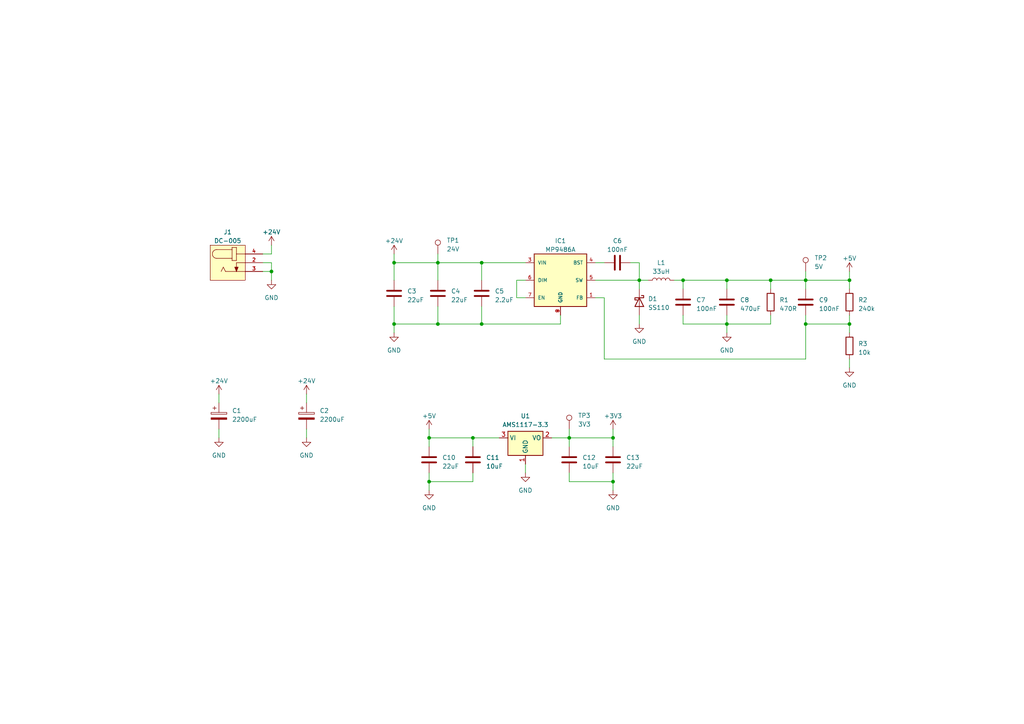
<source format=kicad_sch>
(kicad_sch (version 20230121) (generator eeschema)
  (paper "A4")
  (lib_symbols
    (symbol "Connector:TestPoint" (pin_numbers hide) (pin_names (offset 0.762) hide)
      (property "Reference" "TP" (at 0 6.858 0))
      (property "Value" "TestPoint" (at 0 5.08 0))
      (symbol "TestPoint_0_1"
        (circle (center 0 3.302) (radius 0.762))
      )
      (symbol "TestPoint_1_1"
        (pin passive line (at 0 0 90) (length 2.54) (name "1") (number "1"))
      )
    )
    (symbol "DC-005:DC-005" (pin_names (offset 1.016))
      (property "Reference" "J" (at -5.0943 5.5976 0))
      (property "Value" "DC-005" (at -5.0995 -7.6398 0))
      (symbol "DC-005_0_0"
        (rectangle (start -5.08 -5.08) (end 5.08 5.08) (stroke (width 0.1524)) (fill (type background)))
        (arc (start -3.175 3.81) (mid -4.4395 2.54) (end -3.175 1.27) (stroke (width 0.1524)))
        (polyline (pts (xy -3.175 3.81) (xy 1.27 3.81)) (stroke (width 0.1524)))
        (polyline (pts (xy -1.27 -1.27) (xy -1.905 -2.54)) (stroke (width 0.1524)))
        (polyline (pts (xy -0.635 -2.54) (xy -1.27 -1.27)) (stroke (width 0.1524)))
        (polyline (pts (xy 1.27 0.635) (xy 2.54 0.635)) (stroke (width 0.1524)))
        (polyline (pts (xy 1.27 1.27) (xy -3.175 1.27)) (stroke (width 0.1524)))
        (polyline (pts (xy 1.27 1.27) (xy 1.27 0.635)) (stroke (width 0.1524)))
        (polyline (pts (xy 1.27 3.81) (xy 1.27 1.27)) (stroke (width 0.1524)))
        (polyline (pts (xy 1.27 4.445) (xy 1.27 3.81)) (stroke (width 0.1524)))
        (polyline (pts (xy 2.54 -2.54) (xy -0.635 -2.54)) (stroke (width 0.1524)))
        (polyline (pts (xy 2.54 -2.54) (xy 5.08 -2.54)) (stroke (width 0.1524)))
        (polyline (pts (xy 2.54 0) (xy 2.54 -2.54)) (stroke (width 0.1524)))
        (polyline (pts (xy 2.54 0) (xy 5.08 0)) (stroke (width 0.1524)))
        (polyline (pts (xy 2.54 0.635) (xy 2.54 2.54)) (stroke (width 0.1524)))
        (polyline (pts (xy 2.54 2.54) (xy 2.54 4.445)) (stroke (width 0.1524)))
        (polyline (pts (xy 2.54 2.54) (xy 5.08 2.54)) (stroke (width 0.1524)))
        (polyline (pts (xy 2.54 4.445) (xy 1.27 4.445)) (stroke (width 0.1524)))
        (polyline (pts (xy 2.54 -2.54) (xy 2.032 -1.27) (xy 3.048 -1.27) (xy 2.54 -2.54)) (stroke (width 0.1524)) (fill (type outline)))
        (pin passive line (at 10.16 0 180) (length 5.08) (name "~") (number "2"))
        (pin passive line (at 10.16 -2.54 180) (length 5.08) (name "~") (number "3"))
        (pin passive line (at 10.16 2.54 180) (length 5.08) (name "~") (number "4"))
      )
    )
    (symbol "Device:C" (pin_numbers hide) (pin_names (offset 0.254))
      (property "Reference" "C" (at 0.635 2.54 0))
      (property "Value" "C" (at 0.635 -2.54 0))
      (symbol "C_0_1"
        (polyline (pts (xy -2.032 -0.762) (xy 2.032 -0.762)) (stroke (width 0.508)))
        (polyline (pts (xy -2.032 0.762) (xy 2.032 0.762)) (stroke (width 0.508)))
      )
      (symbol "C_1_1"
        (pin passive line (at 0 3.81 270) (length 2.794) (name "~") (number "1"))
        (pin passive line (at 0 -3.81 90) (length 2.794) (name "~") (number "2"))
      )
    )
    (symbol "Device:C_Polarized" (pin_numbers hide) (pin_names (offset 0.254))
      (property "Reference" "C" (at 0.635 2.54 0))
      (property "Value" "C_Polarized" (at 0.635 -2.54 0))
      (symbol "C_Polarized_0_1"
        (rectangle (start -2.286 0.508) (end 2.286 1.016))
        (polyline (pts (xy -1.778 2.286) (xy -0.762 2.286)))
        (polyline (pts (xy -1.27 2.794) (xy -1.27 1.778)))
        (rectangle (start 2.286 -0.508) (end -2.286 -1.016) (fill (type outline)))
      )
      (symbol "C_Polarized_1_1"
        (pin passive line (at 0 3.81 270) (length 2.794) (name "~") (number "1"))
        (pin passive line (at 0 -3.81 90) (length 2.794) (name "~") (number "2"))
      )
    )
    (symbol "Device:D_Schottky" (pin_numbers hide) (pin_names (offset 1.016) hide)
      (property "Reference" "D" (at 0 2.54 0))
      (property "Value" "D_Schottky" (at 0 -2.54 0))
      (symbol "D_Schottky_0_1"
        (polyline (pts (xy 1.27 0) (xy -1.27 0)))
        (polyline (pts (xy 1.27 1.27) (xy 1.27 -1.27) (xy -1.27 0) (xy 1.27 1.27)) (stroke (width 0.254)))
        (polyline (pts (xy -1.905 0.635) (xy -1.905 1.27) (xy -1.27 1.27) (xy -1.27 -1.27) (xy -0.635 -1.27) (xy -0.635 -0.635)) (stroke (width 0.254)))
      )
      (symbol "D_Schottky_1_1"
        (pin passive line (at -3.81 0 0) (length 2.54) (name "K") (number "1"))
        (pin passive line (at 3.81 0 180) (length 2.54) (name "A") (number "2"))
      )
    )
    (symbol "Device:L" (pin_numbers hide) (pin_names (offset 1.016) hide)
      (property "Reference" "L" (at -1.27 0 90))
      (property "Value" "L" (at 1.905 0 90))
      (symbol "L_0_1"
        (arc (start 0 -2.54) (mid 0.6323 -1.905) (end 0 -1.27))
        (arc (start 0 -1.27) (mid 0.6323 -0.635) (end 0 0))
        (arc (start 0 0) (mid 0.6323 0.635) (end 0 1.27))
        (arc (start 0 1.27) (mid 0.6323 1.905) (end 0 2.54))
      )
      (symbol "L_1_1"
        (pin passive line (at 0 3.81 270) (length 1.27) (name "1") (number "1"))
        (pin passive line (at 0 -3.81 90) (length 1.27) (name "2") (number "2"))
      )
    )
    (symbol "Device:R" (pin_numbers hide) (pin_names (offset 0))
      (property "Reference" "R" (at 2.032 0 90))
      (property "Value" "R" (at 0 0 90))
      (symbol "R_0_1"
        (rectangle (start -1.016 -2.54) (end 1.016 2.54) (stroke (width 0.254)))
      )
      (symbol "R_1_1"
        (pin passive line (at 0 3.81 270) (length 1.27) (name "~") (number "1"))
        (pin passive line (at 0 -3.81 90) (length 1.27) (name "~") (number "2"))
      )
    )
    (symbol "MP9486A:MP9486A" (pin_names (offset 1.016))
      (property "Reference" "IC" (at -7.62 8.89 0))
      (property "Value" "MP9486A" (at -7.62 11.43 0))
      (symbol "MP9486A_0_0"
        (rectangle (start -7.62 -7.62) (end 7.62 7.62) (stroke (width 0.254)) (fill (type background)))
        (pin input line (at 10.16 -5.08 180) (length 2.54) (name "FB") (number "1"))
        (pin power_in line (at -10.16 5.08 0) (length 2.54) (name "VIN") (number "3"))
        (pin bidirectional line (at 10.16 5.08 180) (length 2.54) (name "BST") (number "4"))
        (pin output line (at 10.16 0 180) (length 2.54) (name "SW") (number "5"))
        (pin input line (at -10.16 0 0) (length 2.54) (name "DIM") (number "6"))
        (pin input line (at -10.16 -5.08 0) (length 2.54) (name "EN") (number "7"))
        (pin power_in line (at 0 -10.16 90) (length 2.54) (name "GND") (number "8"))
        (pin power_in line (at 0 -10.16 90) (length 2.54) (name "GND") (number "9"))
      )
    )
    (symbol "Regulator_Linear:AMS1117-3.3"
      (property "Reference" "U" (at -3.81 3.175 0))
      (property "Value" "AMS1117-3.3" (at 0 3.175 0))
      (symbol "AMS1117-3.3_0_1"
        (rectangle (start -5.08 -5.08) (end 5.08 1.905) (stroke (width 0.254)) (fill (type background)))
      )
      (symbol "AMS1117-3.3_1_1"
        (pin power_in line (at 0 -7.62 90) (length 2.54) (name "GND") (number "1"))
        (pin power_out line (at 7.62 0 180) (length 2.54) (name "VO") (number "2"))
        (pin power_in line (at -7.62 0 0) (length 2.54) (name "VI") (number "3"))
      )
    )
    (symbol "power:+24V" (power) (pin_names (offset 0))
      (property "Value" "+24V" (at 0 3.556 0))
      (symbol "+24V_0_1"
        (polyline (pts (xy -0.762 1.27) (xy 0 2.54)))
        (polyline (pts (xy 0 0) (xy 0 2.54)))
        (polyline (pts (xy 0 2.54) (xy 0.762 1.27)))
      )
      (symbol "+24V_1_1"
        (pin power_in line (at 0 0 90) (length 0) hide (name "+24V") (number "1"))
      )
    )
    (symbol "power:+3V3" (power) (pin_names (offset 0))
      (property "Value" "+3V3" (at 0 3.556 0))
      (symbol "+3V3_0_1"
        (polyline (pts (xy -0.762 1.27) (xy 0 2.54)))
        (polyline (pts (xy 0 0) (xy 0 2.54)))
        (polyline (pts (xy 0 2.54) (xy 0.762 1.27)))
      )
      (symbol "+3V3_1_1"
        (pin power_in line (at 0 0 90) (length 0) hide (name "+3V3") (number "1"))
      )
    )
    (symbol "power:+5V" (power) (pin_names (offset 0))
      (property "Value" "+5V" (at 0 3.556 0))
      (symbol "+5V_0_1"
        (polyline (pts (xy -0.762 1.27) (xy 0 2.54)))
        (polyline (pts (xy 0 0) (xy 0 2.54)))
        (polyline (pts (xy 0 2.54) (xy 0.762 1.27)))
      )
      (symbol "+5V_1_1"
        (pin power_in line (at 0 0 90) (length 0) hide (name "+5V") (number "1"))
      )
    )
    (symbol "power:GND" (power) (pin_names (offset 0))
      (property "Value" "GND" (at 0 -3.81 0))
      (symbol "GND_0_1"
        (polyline (pts (xy 0 0) (xy 0 -1.27) (xy 1.27 -1.27) (xy 0 -2.54) (xy -1.27 -1.27) (xy 0 -1.27)))
      )
      (symbol "GND_1_1"
        (pin power_in line (at 0 0 270) (length 0) hide (name "GND") (number "1"))
      )
    )
  )
  (junction (at 198.12 81.28))
  (junction (at 137.16 127))
  (junction (at 139.7 76.2))
  (junction (at 210.82 81.28))
  (junction (at 177.8 139.7))
  (junction (at 124.46 127))
  (junction (at 139.7 93.98))
  (junction (at 78.74 78.74))
  (junction (at 223.52 81.28))
  (junction (at 127 93.98))
  (junction (at 210.82 93.98))
  (junction (at 233.68 81.28))
  (junction (at 185.42 81.28))
  (junction (at 246.38 93.98))
  (junction (at 127 76.2))
  (junction (at 114.3 76.2))
  (junction (at 124.46 139.7))
  (junction (at 165.1 127))
  (junction (at 246.38 81.28))
  (junction (at 114.3 93.98))
  (junction (at 233.68 93.98))
  (junction (at 177.8 127))
  (wire (pts (xy 177.8 137.16) (xy 177.8 139.7)))
  (wire (pts (xy 210.82 93.98) (xy 210.82 96.52)))
  (wire (pts (xy 114.3 93.98) (xy 114.3 96.52)))
  (wire (pts (xy 185.42 91.44) (xy 185.42 93.98)))
  (wire (pts (xy 114.3 76.2) (xy 114.3 81.28)))
  (wire (pts (xy 127 93.98) (xy 127 88.9)))
  (wire (pts (xy 139.7 76.2) (xy 127 76.2)))
  (wire (pts (xy 175.26 104.14) (xy 233.68 104.14)))
  (wire (pts (xy 137.16 129.54) (xy 137.16 127)))
  (wire (pts (xy 152.4 81.28) (xy 149.86 81.28)))
  (wire (pts (xy 139.7 93.98) (xy 127 93.98)))
  (wire (pts (xy 78.74 76.2) (xy 78.74 78.74)))
  (wire (pts (xy 175.26 86.36) (xy 175.26 104.14)))
  (wire (pts (xy 233.68 81.28) (xy 223.52 81.28)))
  (wire (pts (xy 139.7 76.2) (xy 139.7 81.28)))
  (wire (pts (xy 177.8 124.46) (xy 177.8 127)))
  (wire (pts (xy 246.38 91.44) (xy 246.38 93.98)))
  (wire (pts (xy 223.52 93.98) (xy 223.52 91.44)))
  (wire (pts (xy 149.86 86.36) (xy 152.4 86.36)))
  (wire (pts (xy 137.16 127) (xy 144.78 127)))
  (wire (pts (xy 182.88 76.2) (xy 185.42 76.2)))
  (wire (pts (xy 172.72 76.2) (xy 175.26 76.2)))
  (wire (pts (xy 246.38 93.98) (xy 233.68 93.98)))
  (wire (pts (xy 210.82 93.98) (xy 210.82 91.44)))
  (wire (pts (xy 88.9 114.3) (xy 88.9 116.84)))
  (wire (pts (xy 185.42 81.28) (xy 187.96 81.28)))
  (wire (pts (xy 210.82 81.28) (xy 210.82 83.82)))
  (wire (pts (xy 139.7 93.98) (xy 139.7 88.9)))
  (wire (pts (xy 160.02 127) (xy 165.1 127)))
  (wire (pts (xy 127 76.2) (xy 114.3 76.2)))
  (wire (pts (xy 137.16 139.7) (xy 137.16 137.16)))
  (wire (pts (xy 198.12 81.28) (xy 195.58 81.28)))
  (wire (pts (xy 63.5 114.3) (xy 63.5 116.84)))
  (wire (pts (xy 165.1 139.7) (xy 165.1 137.16)))
  (wire (pts (xy 124.46 137.16) (xy 124.46 139.7)))
  (wire (pts (xy 198.12 93.98) (xy 210.82 93.98)))
  (wire (pts (xy 127 93.98) (xy 114.3 93.98)))
  (wire (pts (xy 233.68 78.74) (xy 233.68 81.28)))
  (wire (pts (xy 127 76.2) (xy 127 81.28)))
  (wire (pts (xy 223.52 83.82) (xy 223.52 81.28)))
  (wire (pts (xy 172.72 86.36) (xy 175.26 86.36)))
  (wire (pts (xy 198.12 81.28) (xy 210.82 81.28)))
  (wire (pts (xy 124.46 139.7) (xy 124.46 142.24)))
  (wire (pts (xy 127 73.66) (xy 127 76.2)))
  (wire (pts (xy 162.56 93.98) (xy 139.7 93.98)))
  (wire (pts (xy 233.68 81.28) (xy 233.68 83.82)))
  (wire (pts (xy 246.38 78.74) (xy 246.38 81.28)))
  (wire (pts (xy 114.3 93.98) (xy 114.3 88.9)))
  (wire (pts (xy 246.38 93.98) (xy 246.38 96.52)))
  (wire (pts (xy 185.42 81.28) (xy 172.72 81.28)))
  (wire (pts (xy 233.68 104.14) (xy 233.68 93.98)))
  (wire (pts (xy 88.9 124.46) (xy 88.9 127)))
  (wire (pts (xy 124.46 139.7) (xy 137.16 139.7)))
  (wire (pts (xy 124.46 124.46) (xy 124.46 127)))
  (wire (pts (xy 78.74 73.66) (xy 76.2 73.66)))
  (wire (pts (xy 177.8 139.7) (xy 177.8 142.24)))
  (wire (pts (xy 76.2 76.2) (xy 78.74 76.2)))
  (wire (pts (xy 177.8 127) (xy 177.8 129.54)))
  (wire (pts (xy 165.1 127) (xy 165.1 129.54)))
  (wire (pts (xy 210.82 93.98) (xy 223.52 93.98)))
  (wire (pts (xy 76.2 78.74) (xy 78.74 78.74)))
  (wire (pts (xy 149.86 81.28) (xy 149.86 86.36)))
  (wire (pts (xy 185.42 76.2) (xy 185.42 81.28)))
  (wire (pts (xy 246.38 81.28) (xy 233.68 81.28)))
  (wire (pts (xy 78.74 71.12) (xy 78.74 73.66)))
  (wire (pts (xy 177.8 139.7) (xy 165.1 139.7)))
  (wire (pts (xy 246.38 83.82) (xy 246.38 81.28)))
  (wire (pts (xy 114.3 73.66) (xy 114.3 76.2)))
  (wire (pts (xy 185.42 81.28) (xy 185.42 83.82)))
  (wire (pts (xy 78.74 78.74) (xy 78.74 81.28)))
  (wire (pts (xy 152.4 134.62) (xy 152.4 137.16)))
  (wire (pts (xy 162.56 91.44) (xy 162.56 93.98)))
  (wire (pts (xy 63.5 127) (xy 63.5 124.46)))
  (wire (pts (xy 165.1 127) (xy 177.8 127)))
  (wire (pts (xy 223.52 81.28) (xy 210.82 81.28)))
  (wire (pts (xy 233.68 93.98) (xy 233.68 91.44)))
  (wire (pts (xy 124.46 127) (xy 124.46 129.54)))
  (wire (pts (xy 152.4 76.2) (xy 139.7 76.2)))
  (wire (pts (xy 137.16 127) (xy 124.46 127)))
  (wire (pts (xy 165.1 124.46) (xy 165.1 127)))
  (wire (pts (xy 198.12 91.44) (xy 198.12 93.98)))
  (wire (pts (xy 198.12 83.82) (xy 198.12 81.28)))
  (wire (pts (xy 246.38 104.14) (xy 246.38 106.68)))
  (symbol (lib_id "power:GND") (at 124.46 142.24 0) (unit 1)
    (property "Reference" "#PWR015" (effects hide))
    (property "Value" "GND" (at 124.46 147.32 0))
  )
  (symbol (lib_id "power:GND") (at 210.82 96.52 0) (unit 1)
    (property "Reference" "#PWR012" (effects hide))
    (property "Value" "GND" (at 210.82 101.6 0))
  )
  (symbol (lib_id "Device:D_Schottky") (at 185.42 87.63 270) (unit 1)
    (property "Reference" "D1" (at 187.96 86.6775 90) (effects (justify left)))
    (property "Value" "SS110" (at 187.96 89.2175 90) (effects (justify left)))
  )
  (symbol (lib_id "Device:C") (at 198.12 87.63 0) (unit 1)
    (property "Reference" "C7" (at 201.93 86.995 0) (effects (justify left)))
    (property "Value" "100nF" (at 201.93 89.535 0) (effects (justify left)))
  )
  (symbol (lib_id "Device:C") (at 127 85.09 0) (unit 1)
    (property "Reference" "C4" (at 130.81 84.455 0) (effects (justify left)))
    (property "Value" "22uF" (at 130.81 86.995 0) (effects (justify left)))
  )
  (symbol (lib_id "power:+24V") (at 114.3 73.66 0) (unit 1)
    (property "Reference" "#PWR010" (effects hide))
    (property "Value" "+24V" (at 114.3 69.85 0))
  )
  (symbol (lib_id "Device:R") (at 246.38 100.33 0) (unit 1)
    (property "Reference" "R3" (at 248.92 99.695 0) (effects (justify left)))
    (property "Value" "10k" (at 248.92 102.235 0) (effects (justify left)))
  )
  (symbol (lib_id "Device:C") (at 137.16 133.35 0) (unit 1)
    (property "Reference" "C11" (at 140.97 132.715 0) (effects (justify left)))
    (property "Value" "10uF" (at 140.97 135.255 0) (effects (justify left)))
  )
  (symbol (lib_id "Device:C") (at 165.1 133.35 0) (unit 1)
    (property "Reference" "C12" (at 168.91 132.715 0) (effects (justify left)))
    (property "Value" "10uF" (at 168.91 135.255 0) (effects (justify left)))
  )
  (symbol (lib_id "Device:C") (at 177.8 133.35 0) (unit 1)
    (property "Reference" "C13" (at 181.61 132.715 0) (effects (justify left)))
    (property "Value" "22uF" (at 181.61 135.255 0) (effects (justify left)))
  )
  (symbol (lib_id "Device:C_Polarized") (at 88.9 120.65 0) (unit 1)
    (property "Reference" "C2" (at 92.71 119.126 0) (effects (justify left)))
    (property "Value" "2200uF" (at 92.71 121.666 0) (effects (justify left)))
  )
  (symbol (lib_id "power:GND") (at 88.9 127 0) (unit 1)
    (property "Reference" "#PWR08" (effects hide))
    (property "Value" "GND" (at 88.9 132.08 0))
  )
  (symbol (lib_id "power:GND") (at 152.4 137.16 0) (unit 1)
    (property "Reference" "#PWR017" (effects hide))
    (property "Value" "GND" (at 152.4 142.24 0))
  )
  (symbol (lib_id "Connector:TestPoint") (at 233.68 78.74 0) (unit 1)
    (property "Reference" "TP2" (at 236.22 74.803 0) (effects (justify left)))
    (property "Value" "5V" (at 236.22 77.343 0) (effects (justify left)))
  )
  (symbol (lib_id "power:+24V") (at 78.74 71.12 0) (unit 1)
    (property "Reference" "#PWR01" (effects hide))
    (property "Value" "+24V" (at 78.74 67.31 0))
  )
  (symbol (lib_id "Device:R") (at 246.38 87.63 0) (unit 1)
    (property "Reference" "R2" (at 248.92 86.995 0) (effects (justify left)))
    (property "Value" "240k" (at 248.92 89.535 0) (effects (justify left)))
  )
  (symbol (lib_id "Device:C") (at 210.82 87.63 0) (unit 1)
    (property "Reference" "C8" (at 214.63 86.995 0) (effects (justify left)))
    (property "Value" "470uF" (at 214.63 89.535 0) (effects (justify left)))
  )
  (symbol (lib_id "power:GND") (at 246.38 106.68 0) (unit 1)
    (property "Reference" "#PWR013" (effects hide))
    (property "Value" "GND" (at 246.38 111.76 0))
  )
  (symbol (lib_id "Regulator_Linear:AMS1117-3.3") (at 152.4 127 0) (unit 1)
    (property "Reference" "U1" (at 152.4 120.65 0))
    (property "Value" "AMS1117-3.3" (at 152.4 123.19 0))
    (property "Footprint" "Package_TO_SOT_SMD:SOT-223-3_TabPin2" (effects hide))
    (property "Datasheet" "http://www.advanced-monolithic.com/pdf/ds1117.pdf" (effects hide))
  )
  (symbol (lib_id "Device:C") (at 139.7 85.09 0) (unit 1)
    (property "Reference" "C5" (at 143.51 84.455 0) (effects (justify left)))
    (property "Value" "2.2uF" (at 143.51 86.995 0) (effects (justify left)))
  )
  (symbol (lib_id "Connector:TestPoint") (at 127 73.66 0) (unit 1)
    (property "Reference" "TP1" (at 129.54 69.723 0) (effects (justify left)))
    (property "Value" "24V" (at 129.54 72.263 0) (effects (justify left)))
  )
  (symbol (lib_id "Device:C") (at 179.07 76.2 90) (unit 1)
    (property "Reference" "C6" (at 179.07 69.85 90))
    (property "Value" "100nF" (at 179.07 72.39 90))
  )
  (symbol (lib_id "power:GND") (at 177.8 142.24 0) (unit 1)
    (property "Reference" "#PWR016" (effects hide))
    (property "Value" "GND" (at 177.8 147.32 0))
  )
  (symbol (lib_id "power:+5V") (at 246.38 78.74 0) (unit 1)
    (property "Reference" "#PWR02" (effects hide))
    (property "Value" "+5V" (at 246.38 74.93 0))
  )
  (symbol (lib_id "power:GND") (at 78.74 81.28 0) (unit 1)
    (property "Reference" "#PWR04" (effects hide))
    (property "Value" "GND" (at 78.74 86.36 0))
  )
  (symbol (lib_id "Device:R") (at 223.52 87.63 0) (unit 1)
    (property "Reference" "R1" (at 226.06 86.995 0) (effects (justify left)))
    (property "Value" "470R" (at 226.06 89.535 0) (effects (justify left)))
  )
  (symbol (lib_id "MP9486A:MP9486A") (at 162.56 81.28 0) (unit 1)
    (property "Reference" "IC1" (at 162.56 69.85 0))
    (property "Value" "MP9486A" (at 162.56 72.39 0))
    (property "Footprint" "MP9486A:SOIC-8EP" (effects hide))
    (property "MF" "Monolithic Power" (effects hide))
    (property "Description" "\nBuck Switching Regulator IC Positive Fixed 5V 1 Output 1A 8-SOIC (0.154, 3.90mm Width) Exposed Pad\n" (effects hide))
    (property "Package" "SOIC-8 Monolithic Power" (effects hide))
    (property "Price" "None" (effects hide))
    (property "SnapEDA_Link" "https://www.snapeda.com/parts/MP9486A/Monolithic+Power+Systems+Inc./view-part/?ref=snap" (effects hide))
    (property "MP" "MP9486A" (effects hide))
    (property "Availability" "Not in stock" (effects hide))
    (property "Check_prices" "https://www.snapeda.com/parts/MP9486A/Monolithic+Power+Systems+Inc./view-part/?ref=eda" (effects hide))
  )
  (symbol (lib_id "Connector:TestPoint") (at 165.1 124.46 0) (unit 1)
    (property "Reference" "TP3" (at 167.64 120.523 0) (effects (justify left)))
    (property "Value" "3V3" (at 167.64 123.063 0) (effects (justify left)))
  )
  (symbol (lib_id "Device:C") (at 124.46 133.35 0) (unit 1)
    (property "Reference" "C10" (at 128.27 132.715 0) (effects (justify left)))
    (property "Value" "22uF" (at 128.27 135.255 0) (effects (justify left)))
  )
  (symbol (lib_id "power:+24V") (at 63.5 114.3 0) (unit 1)
    (property "Reference" "#PWR06" (effects hide))
    (property "Value" "+24V" (at 63.5 110.49 0))
  )
  (symbol (lib_id "Device:C") (at 233.68 87.63 0) (unit 1)
    (property "Reference" "C9" (at 237.49 86.995 0) (effects (justify left)))
    (property "Value" "100nF" (at 237.49 89.535 0) (effects (justify left)))
  )
  (symbol (lib_id "power:+3V3") (at 177.8 124.46 0) (unit 1)
    (property "Reference" "#PWR03" (effects hide))
    (property "Value" "+3V3" (at 177.8 120.65 0))
  )
  (symbol (lib_id "power:GND") (at 63.5 127 0) (unit 1)
    (property "Reference" "#PWR05" (effects hide))
    (property "Value" "GND" (at 63.5 132.08 0))
  )
  (symbol (lib_id "Device:C") (at 114.3 85.09 0) (unit 1)
    (property "Reference" "C3" (at 118.11 84.455 0) (effects (justify left)))
    (property "Value" "22uF" (at 118.11 86.995 0) (effects (justify left)))
  )
  (symbol (lib_id "Device:C_Polarized") (at 63.5 120.65 0) (unit 1)
    (property "Reference" "C1" (at 67.31 119.126 0) (effects (justify left)))
    (property "Value" "2200uF" (at 67.31 121.666 0) (effects (justify left)))
  )
  (symbol (lib_id "power:+24V") (at 88.9 114.3 0) (unit 1)
    (property "Reference" "#PWR07" (effects hide))
    (property "Value" "+24V" (at 88.9 110.49 0))
  )
  (symbol (lib_id "power:+5V") (at 124.46 124.46 0) (unit 1)
    (property "Reference" "#PWR014" (effects hide))
    (property "Value" "+5V" (at 124.46 120.65 0))
  )
  (symbol (lib_id "power:GND") (at 114.3 96.52 0) (unit 1)
    (property "Reference" "#PWR09" (effects hide))
    (property "Value" "GND" (at 114.3 101.6 0))
  )
  (symbol (lib_id "DC-005:DC-005") (at 66.04 76.2 0) (unit 1)
    (property "Reference" "J1" (at 66.04 67.31 0))
    (property "Value" "DC-005" (at 66.04 69.85 0))
    (property "Footprint" "DC-005:NINIGI_DC-005" (effects hide))
    (property "MF" "Best Inc." (effects hide))
    (property "DESCRIPTION" "Conn Dc Power Jack 2.1mm" (effects hide))
    (property "PACKAGE" "None" (effects hide))
    (property "PRICE" "None" (effects hide))
    (property "Package" "DC Power Jack Best Inc." (effects hide))
    (property "Check_prices" "https://www.snapeda.com/parts/DC-005/Best+Inc./view-part/?ref=eda" (effects hide))
    (property "Price" "None" (effects hide))
    (property "SnapEDA_Link" "https://www.snapeda.com/parts/DC-005/Best+Inc./view-part/?ref=snap" (effects hide))
    (property "MP" "DC-005" (effects hide))
    (property "Availability" "Not in stock" (effects hide))
    (property "AVAILABILITY" "Unavailable" (effects hide))
    (property "Description" "\n6.4x14.2x9.0mm Power DC Receptacle\n" (effects hide))
  )
  (symbol (lib_id "Device:L") (at 191.77 81.28 90) (unit 1)
    (property "Reference" "L1" (at 191.77 76.2 90))
    (property "Value" "33uH" (at 191.77 78.74 90))
  )
  (symbol (lib_id "power:GND") (at 185.42 93.98 0) (unit 1)
    (property "Reference" "#PWR011" (effects hide))
    (property "Value" "GND" (at 185.42 99.06 0))
  )
)
</source>
